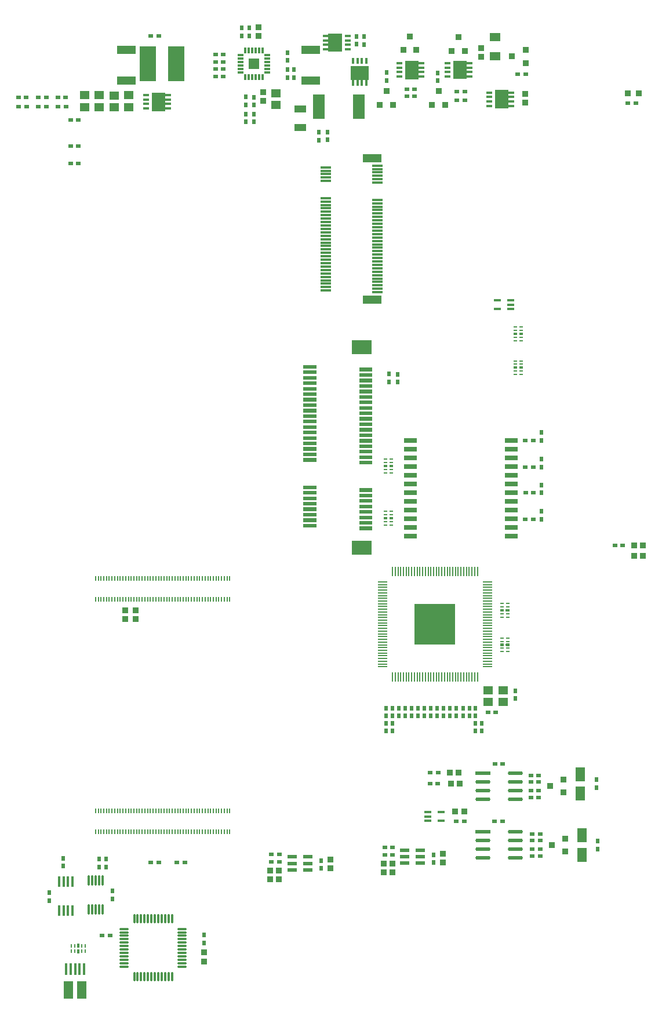
<source format=gtp>
G04*
G04 #@! TF.GenerationSoftware,Altium Limited,Altium Designer,24.0.1 (36)*
G04*
G04 Layer_Color=8421504*
%FSLAX42Y42*%
%MOMM*%
G71*
G04*
G04 #@! TF.SameCoordinates,E1E02590-05F2-4693-A132-99C86EA4FF08*
G04*
G04*
G04 #@! TF.FilePolarity,Positive*
G04*
G01*
G75*
%ADD19R,1.55X0.30*%
%ADD20R,2.75X1.20*%
%ADD21O,0.27X1.50*%
G04:AMPARAMS|DCode=22|XSize=0.56mm|YSize=0.2mm|CornerRadius=0.05mm|HoleSize=0mm|Usage=FLASHONLY|Rotation=0.000|XOffset=0mm|YOffset=0mm|HoleType=Round|Shape=RoundedRectangle|*
%AMROUNDEDRECTD22*
21,1,0.56,0.10,0,0,0.0*
21,1,0.47,0.20,0,0,0.0*
1,1,0.10,0.23,-0.05*
1,1,0.10,-0.23,-0.05*
1,1,0.10,-0.23,0.05*
1,1,0.10,0.23,0.05*
%
%ADD22ROUNDEDRECTD22*%
%ADD23R,0.60X0.75*%
%ADD24R,0.23X1.36*%
%ADD25R,0.85X0.95*%
%ADD26R,0.75X0.60*%
%ADD27R,0.20X0.70*%
%ADD28R,1.36X0.23*%
%ADD29R,1.90X0.76*%
%ADD30R,1.40X1.20*%
G04:AMPARAMS|DCode=31|XSize=2.17mm|YSize=0.57mm|CornerRadius=0.28mm|HoleSize=0mm|Usage=FLASHONLY|Rotation=0.000|XOffset=0mm|YOffset=0mm|HoleType=Round|Shape=RoundedRectangle|*
%AMROUNDEDRECTD31*
21,1,2.17,0.00,0,0,0.0*
21,1,1.61,0.57,0,0,0.0*
1,1,0.57,0.80,0.00*
1,1,0.57,-0.80,0.00*
1,1,0.57,-0.80,0.00*
1,1,0.57,0.80,0.00*
%
%ADD31ROUNDEDRECTD31*%
G04:AMPARAMS|DCode=32|XSize=0.86mm|YSize=0.27mm|CornerRadius=0.03mm|HoleSize=0mm|Usage=FLASHONLY|Rotation=270.000|XOffset=0mm|YOffset=0mm|HoleType=Round|Shape=RoundedRectangle|*
%AMROUNDEDRECTD32*
21,1,0.86,0.20,0,0,270.0*
21,1,0.79,0.27,0,0,270.0*
1,1,0.07,-0.10,-0.40*
1,1,0.07,-0.10,0.40*
1,1,0.07,0.10,0.40*
1,1,0.07,0.10,-0.40*
%
%ADD32ROUNDEDRECTD32*%
%ADD33R,0.95X0.85*%
%ADD34R,1.35X1.15*%
%ADD35O,1.50X0.27*%
G04:AMPARAMS|DCode=36|XSize=1.32mm|YSize=0.59mm|CornerRadius=0.07mm|HoleSize=0mm|Usage=FLASHONLY|Rotation=180.000|XOffset=0mm|YOffset=0mm|HoleType=Round|Shape=RoundedRectangle|*
%AMROUNDEDRECTD36*
21,1,1.32,0.44,0,0,180.0*
21,1,1.17,0.59,0,0,180.0*
1,1,0.15,-0.59,0.22*
1,1,0.15,0.59,0.22*
1,1,0.15,0.59,-0.22*
1,1,0.15,-0.59,-0.22*
%
%ADD36ROUNDEDRECTD36*%
%ADD37R,0.40X1.75*%
%ADD38R,0.81X0.36*%
%ADD39R,0.90X0.90*%
G04:AMPARAMS|DCode=40|XSize=0.86mm|YSize=0.27mm|CornerRadius=0.03mm|HoleSize=0mm|Usage=FLASHONLY|Rotation=180.000|XOffset=0mm|YOffset=0mm|HoleType=Round|Shape=RoundedRectangle|*
%AMROUNDEDRECTD40*
21,1,0.86,0.20,0,0,180.0*
21,1,0.79,0.27,0,0,180.0*
1,1,0.07,-0.40,0.10*
1,1,0.07,0.40,0.10*
1,1,0.07,0.40,-0.10*
1,1,0.07,-0.40,-0.10*
%
%ADD40ROUNDEDRECTD40*%
%ADD41R,0.90X0.90*%
%ADD42R,0.36X0.81*%
%ADD43R,1.70X3.55*%
%ADD44R,2.70X1.20*%
%ADD45R,2.35X5.10*%
%ADD46R,0.81X0.93*%
%ADD47R,1.70X1.10*%
%ADD48R,1.65X1.20*%
%ADD49R,1.45X2.05*%
G04:AMPARAMS|DCode=50|XSize=1.5mm|YSize=0.4mm|CornerRadius=0.1mm|HoleSize=0mm|Usage=FLASHONLY|Rotation=90.000|XOffset=0mm|YOffset=0mm|HoleType=Round|Shape=RoundedRectangle|*
%AMROUNDEDRECTD50*
21,1,1.50,0.20,0,0,90.0*
21,1,1.30,0.40,0,0,90.0*
1,1,0.20,0.10,0.65*
1,1,0.20,0.10,-0.65*
1,1,0.20,-0.10,-0.65*
1,1,0.20,-0.10,0.65*
%
%ADD50ROUNDEDRECTD50*%
G04:AMPARAMS|DCode=51|XSize=1.5mm|YSize=0.28mm|CornerRadius=0.07mm|HoleSize=0mm|Usage=FLASHONLY|Rotation=270.000|XOffset=0mm|YOffset=0mm|HoleType=Round|Shape=RoundedRectangle|*
%AMROUNDEDRECTD51*
21,1,1.50,0.14,0,0,270.0*
21,1,1.36,0.28,0,0,270.0*
1,1,0.14,-0.07,-0.68*
1,1,0.14,-0.07,0.68*
1,1,0.14,0.07,0.68*
1,1,0.14,0.07,-0.68*
%
%ADD51ROUNDEDRECTD51*%
%ADD52R,1.12X0.36*%
%ADD53R,1.55X1.55*%
%ADD54R,1.43X2.50*%
%ADD55R,5.99X5.99*%
%ADD56R,2.17X0.57*%
G04:AMPARAMS|DCode=57|XSize=0.56mm|YSize=0.2mm|CornerRadius=0.05mm|HoleSize=0mm|Usage=FLASHONLY|Rotation=270.000|XOffset=0mm|YOffset=0mm|HoleType=Round|Shape=RoundedRectangle|*
%AMROUNDEDRECTD57*
21,1,0.56,0.10,0,0,270.0*
21,1,0.47,0.20,0,0,270.0*
1,1,0.10,-0.05,-0.23*
1,1,0.10,-0.05,0.23*
1,1,0.10,0.05,0.23*
1,1,0.10,0.05,-0.23*
%
%ADD57ROUNDEDRECTD57*%
%ADD58R,3.00X2.10*%
G36*
X5367Y13866D02*
X5166D01*
Y14136D01*
X5367D01*
Y13866D01*
D02*
G37*
G36*
X7188Y13469D02*
X6988D01*
Y13738D01*
X7188D01*
Y13469D01*
D02*
G37*
G36*
X6488Y13468D02*
X6287D01*
Y13737D01*
X6488D01*
Y13468D01*
D02*
G37*
G36*
X5760Y13454D02*
X5491D01*
Y13655D01*
X5760D01*
Y13454D01*
D02*
G37*
G36*
X7798Y13040D02*
X7598D01*
Y13310D01*
X7798D01*
Y13040D01*
D02*
G37*
G36*
X2787Y13002D02*
X2586D01*
Y13272D01*
X2787D01*
Y13002D01*
D02*
G37*
G36*
X8006Y9765D02*
X8006D01*
X8007Y9764D01*
X8007D01*
X8007Y9764D01*
X8007Y9764D01*
X8007Y9764D01*
X8008Y9764D01*
X8008Y9764D01*
X8008Y9764D01*
X8008Y9764D01*
X8008Y9763D01*
X8009Y9763D01*
X8009Y9763D01*
X8009Y9763D01*
X8009Y9763D01*
X8009Y9762D01*
X8009Y9762D01*
X8010Y9762D01*
X8010Y9762D01*
X8010Y9762D01*
X8010Y9761D01*
Y9761D01*
X8010Y9761D01*
Y9761D01*
X8010Y9760D01*
Y9760D01*
Y9760D01*
Y9734D01*
Y9733D01*
Y9733D01*
X8010Y9733D01*
Y9733D01*
X8010Y9732D01*
Y9732D01*
X8010Y9732D01*
X8010Y9732D01*
X8010Y9731D01*
X8009Y9731D01*
X8009Y9731D01*
X8009Y9731D01*
X8009Y9731D01*
X8009Y9730D01*
X8009Y9730D01*
X8008Y9730D01*
X8008Y9730D01*
X8008Y9730D01*
X8008Y9729D01*
X8008Y9729D01*
X8007Y9729D01*
X8007Y9729D01*
X8007Y9729D01*
X8007Y9729D01*
X8006D01*
X8006Y9729D01*
X8006D01*
X8006Y9729D01*
X7958D01*
X7958Y9729D01*
X7958D01*
X7957Y9729D01*
X7957D01*
X7957Y9729D01*
X7957Y9729D01*
X7956Y9729D01*
X7956Y9729D01*
X7956Y9729D01*
X7956Y9730D01*
X7955Y9730D01*
X7955Y9730D01*
X7955Y9730D01*
X7955Y9730D01*
X7955Y9731D01*
X7955Y9731D01*
X7954Y9731D01*
X7954Y9731D01*
X7954Y9731D01*
X7954Y9732D01*
X7954Y9732D01*
X7954Y9732D01*
Y9732D01*
X7954Y9733D01*
Y9733D01*
X7954Y9733D01*
Y9733D01*
Y9734D01*
Y9760D01*
Y9760D01*
Y9760D01*
X7954Y9760D01*
Y9761D01*
X7954Y9761D01*
Y9761D01*
X7954Y9761D01*
X7954Y9762D01*
X7954Y9762D01*
X7954Y9762D01*
X7954Y9762D01*
X7955Y9763D01*
X7955Y9763D01*
X7955Y9763D01*
X7955Y9763D01*
X7955Y9763D01*
X7955Y9764D01*
X7956Y9764D01*
X7956Y9764D01*
X7956Y9764D01*
X7956Y9764D01*
X7957Y9764D01*
X7957Y9764D01*
X7957Y9764D01*
X7957D01*
X7958Y9765D01*
X7958D01*
X7958Y9765D01*
X8006D01*
X8006Y9765D01*
D02*
G37*
G36*
X7923D02*
X7923D01*
X7923Y9764D01*
X7923D01*
X7924Y9764D01*
X7924Y9764D01*
X7924Y9764D01*
X7924Y9764D01*
X7924Y9764D01*
X7925Y9764D01*
X7925Y9764D01*
X7925Y9763D01*
X7925Y9763D01*
X7925Y9763D01*
X7925Y9763D01*
X7926Y9763D01*
X7926Y9762D01*
X7926Y9762D01*
X7926Y9762D01*
X7926Y9762D01*
X7926Y9762D01*
X7926Y9761D01*
Y9761D01*
X7926Y9761D01*
Y9761D01*
X7927Y9760D01*
Y9760D01*
Y9760D01*
Y9734D01*
Y9733D01*
Y9733D01*
X7926Y9733D01*
Y9733D01*
X7926Y9732D01*
Y9732D01*
X7926Y9732D01*
X7926Y9732D01*
X7926Y9731D01*
X7926Y9731D01*
X7926Y9731D01*
X7926Y9731D01*
X7925Y9731D01*
X7925Y9730D01*
X7925Y9730D01*
X7925Y9730D01*
X7925Y9730D01*
X7924Y9730D01*
X7924Y9729D01*
X7924Y9729D01*
X7924Y9729D01*
X7924Y9729D01*
X7923Y9729D01*
X7923Y9729D01*
X7923D01*
X7923Y9729D01*
X7922D01*
X7922Y9729D01*
X7875D01*
X7874Y9729D01*
X7874D01*
X7874Y9729D01*
X7874D01*
X7873Y9729D01*
X7873Y9729D01*
X7873Y9729D01*
X7873Y9729D01*
X7872Y9729D01*
X7872Y9730D01*
X7872Y9730D01*
X7872Y9730D01*
X7872Y9730D01*
X7871Y9730D01*
X7871Y9731D01*
X7871Y9731D01*
X7871Y9731D01*
X7871Y9731D01*
X7871Y9731D01*
X7870Y9732D01*
X7870Y9732D01*
X7870Y9732D01*
Y9732D01*
X7870Y9733D01*
Y9733D01*
X7870Y9733D01*
Y9733D01*
Y9734D01*
Y9760D01*
Y9760D01*
Y9760D01*
X7870Y9760D01*
Y9761D01*
X7870Y9761D01*
Y9761D01*
X7870Y9761D01*
X7870Y9762D01*
X7871Y9762D01*
X7871Y9762D01*
X7871Y9762D01*
X7871Y9763D01*
X7871Y9763D01*
X7871Y9763D01*
X7872Y9763D01*
X7872Y9763D01*
X7872Y9764D01*
X7872Y9764D01*
X7872Y9764D01*
X7873Y9764D01*
X7873Y9764D01*
X7873Y9764D01*
X7873Y9764D01*
X7874Y9764D01*
X7874D01*
X7874Y9765D01*
X7874D01*
X7875Y9765D01*
X7922D01*
X7923Y9765D01*
D02*
G37*
G36*
X4991Y9239D02*
X4801D01*
Y9292D01*
X4991D01*
Y9239D01*
D02*
G37*
G36*
X8006Y9271D02*
X8006D01*
X8007Y9271D01*
X8007D01*
X8007Y9270D01*
X8007Y9270D01*
X8007Y9270D01*
X8008Y9270D01*
X8008Y9270D01*
X8008Y9270D01*
X8008Y9270D01*
X8008Y9270D01*
X8009Y9269D01*
X8009Y9269D01*
X8009Y9269D01*
X8009Y9269D01*
X8009Y9269D01*
X8009Y9268D01*
X8010Y9268D01*
X8010Y9268D01*
X8010Y9268D01*
X8010Y9267D01*
Y9267D01*
X8010Y9267D01*
Y9267D01*
X8010Y9266D01*
Y9266D01*
Y9266D01*
Y9240D01*
Y9239D01*
Y9239D01*
X8010Y9239D01*
Y9239D01*
X8010Y9238D01*
Y9238D01*
X8010Y9238D01*
X8010Y9238D01*
X8010Y9237D01*
X8009Y9237D01*
X8009Y9237D01*
X8009Y9237D01*
X8009Y9237D01*
X8009Y9236D01*
X8009Y9236D01*
X8008Y9236D01*
X8008Y9236D01*
X8008Y9236D01*
X8008Y9236D01*
X8008Y9235D01*
X8007Y9235D01*
X8007Y9235D01*
X8007Y9235D01*
X8007Y9235D01*
X8006D01*
X8006Y9235D01*
X8006D01*
X8006Y9235D01*
X7958D01*
X7958Y9235D01*
X7958D01*
X7957Y9235D01*
X7957D01*
X7957Y9235D01*
X7957Y9235D01*
X7956Y9235D01*
X7956Y9235D01*
X7956Y9236D01*
X7956Y9236D01*
X7955Y9236D01*
X7955Y9236D01*
X7955Y9236D01*
X7955Y9236D01*
X7955Y9237D01*
X7955Y9237D01*
X7954Y9237D01*
X7954Y9237D01*
X7954Y9237D01*
X7954Y9238D01*
X7954Y9238D01*
X7954Y9238D01*
Y9238D01*
X7954Y9239D01*
Y9239D01*
X7954Y9239D01*
Y9239D01*
Y9240D01*
Y9266D01*
Y9266D01*
Y9266D01*
X7954Y9267D01*
Y9267D01*
X7954Y9267D01*
Y9267D01*
X7954Y9268D01*
X7954Y9268D01*
X7954Y9268D01*
X7954Y9268D01*
X7954Y9268D01*
X7955Y9269D01*
X7955Y9269D01*
X7955Y9269D01*
X7955Y9269D01*
X7955Y9269D01*
X7955Y9270D01*
X7956Y9270D01*
X7956Y9270D01*
X7956Y9270D01*
X7956Y9270D01*
X7957Y9270D01*
X7957Y9270D01*
X7957Y9271D01*
X7957D01*
X7958Y9271D01*
X7958D01*
X7958Y9271D01*
X8006D01*
X8006Y9271D01*
D02*
G37*
G36*
X7923D02*
X7923D01*
X7923Y9271D01*
X7923D01*
X7924Y9270D01*
X7924Y9270D01*
X7924Y9270D01*
X7924Y9270D01*
X7924Y9270D01*
X7925Y9270D01*
X7925Y9270D01*
X7925Y9270D01*
X7925Y9269D01*
X7925Y9269D01*
X7925Y9269D01*
X7926Y9269D01*
X7926Y9269D01*
X7926Y9268D01*
X7926Y9268D01*
X7926Y9268D01*
X7926Y9268D01*
X7926Y9267D01*
Y9267D01*
X7926Y9267D01*
Y9267D01*
X7927Y9266D01*
Y9266D01*
Y9266D01*
Y9240D01*
Y9239D01*
Y9239D01*
X7926Y9239D01*
Y9239D01*
X7926Y9238D01*
Y9238D01*
X7926Y9238D01*
X7926Y9238D01*
X7926Y9237D01*
X7926Y9237D01*
X7926Y9237D01*
X7926Y9237D01*
X7925Y9237D01*
X7925Y9236D01*
X7925Y9236D01*
X7925Y9236D01*
X7925Y9236D01*
X7924Y9236D01*
X7924Y9236D01*
X7924Y9235D01*
X7924Y9235D01*
X7924Y9235D01*
X7923Y9235D01*
X7923Y9235D01*
X7923D01*
X7923Y9235D01*
X7922D01*
X7922Y9235D01*
X7875D01*
X7874Y9235D01*
X7874D01*
X7874Y9235D01*
X7874D01*
X7873Y9235D01*
X7873Y9235D01*
X7873Y9235D01*
X7873Y9235D01*
X7872Y9236D01*
X7872Y9236D01*
X7872Y9236D01*
X7872Y9236D01*
X7872Y9236D01*
X7871Y9236D01*
X7871Y9237D01*
X7871Y9237D01*
X7871Y9237D01*
X7871Y9237D01*
X7871Y9237D01*
X7870Y9238D01*
X7870Y9238D01*
X7870Y9238D01*
Y9238D01*
X7870Y9239D01*
Y9239D01*
X7870Y9239D01*
Y9239D01*
Y9240D01*
Y9266D01*
Y9266D01*
Y9266D01*
X7870Y9267D01*
Y9267D01*
X7870Y9267D01*
Y9267D01*
X7870Y9268D01*
X7870Y9268D01*
X7871Y9268D01*
X7871Y9268D01*
X7871Y9268D01*
X7871Y9269D01*
X7871Y9269D01*
X7871Y9269D01*
X7872Y9269D01*
X7872Y9269D01*
X7872Y9270D01*
X7872Y9270D01*
X7872Y9270D01*
X7873Y9270D01*
X7873Y9270D01*
X7873Y9270D01*
X7873Y9270D01*
X7874Y9271D01*
X7874D01*
X7874Y9271D01*
X7874D01*
X7875Y9271D01*
X7922D01*
X7923Y9271D01*
D02*
G37*
G36*
X5811Y9199D02*
X5621D01*
Y9252D01*
X5811D01*
Y9199D01*
D02*
G37*
G36*
X4991Y9159D02*
X4801D01*
Y9212D01*
X4991D01*
Y9159D01*
D02*
G37*
G36*
X5811Y9119D02*
X5621D01*
Y9172D01*
X5811D01*
Y9119D01*
D02*
G37*
G36*
X4991Y9079D02*
X4801D01*
Y9132D01*
X4991D01*
Y9079D01*
D02*
G37*
G36*
X5811Y9039D02*
X5621D01*
Y9092D01*
X5811D01*
Y9039D01*
D02*
G37*
G36*
X4991Y8999D02*
X4801D01*
Y9052D01*
X4991D01*
Y8999D01*
D02*
G37*
G36*
X5811Y8959D02*
X5621D01*
Y9012D01*
X5811D01*
Y8959D01*
D02*
G37*
G36*
X4991Y8919D02*
X4801D01*
Y8972D01*
X4991D01*
Y8919D01*
D02*
G37*
G36*
X5811Y8879D02*
X5621D01*
Y8932D01*
X5811D01*
Y8879D01*
D02*
G37*
G36*
X4991Y8839D02*
X4801D01*
Y8892D01*
X4991D01*
Y8839D01*
D02*
G37*
G36*
X5811Y8799D02*
X5621D01*
Y8852D01*
X5811D01*
Y8799D01*
D02*
G37*
G36*
X4991Y8759D02*
X4801D01*
Y8812D01*
X4991D01*
Y8759D01*
D02*
G37*
G36*
X5811Y8719D02*
X5621D01*
Y8772D01*
X5811D01*
Y8719D01*
D02*
G37*
G36*
X4991Y8679D02*
X4801D01*
Y8732D01*
X4991D01*
Y8679D01*
D02*
G37*
G36*
X5811Y8639D02*
X5621D01*
Y8692D01*
X5811D01*
Y8639D01*
D02*
G37*
G36*
X4991Y8599D02*
X4801D01*
Y8652D01*
X4991D01*
Y8599D01*
D02*
G37*
G36*
X5811Y8559D02*
X5621D01*
Y8612D01*
X5811D01*
Y8559D01*
D02*
G37*
G36*
X4991Y8519D02*
X4801D01*
Y8572D01*
X4991D01*
Y8519D01*
D02*
G37*
G36*
X5811Y8479D02*
X5621D01*
Y8532D01*
X5811D01*
Y8479D01*
D02*
G37*
G36*
X4991Y8439D02*
X4801D01*
Y8492D01*
X4991D01*
Y8439D01*
D02*
G37*
G36*
X5811Y8399D02*
X5621D01*
Y8452D01*
X5811D01*
Y8399D01*
D02*
G37*
G36*
X4991Y8359D02*
X4801D01*
Y8412D01*
X4991D01*
Y8359D01*
D02*
G37*
G36*
X5811Y8319D02*
X5621D01*
Y8372D01*
X5811D01*
Y8319D01*
D02*
G37*
G36*
X4991Y8279D02*
X4801D01*
Y8332D01*
X4991D01*
Y8279D01*
D02*
G37*
G36*
X5811Y8239D02*
X5621D01*
Y8292D01*
X5811D01*
Y8239D01*
D02*
G37*
G36*
X4991Y8199D02*
X4801D01*
Y8252D01*
X4991D01*
Y8199D01*
D02*
G37*
G36*
X5811Y8159D02*
X5621D01*
Y8212D01*
X5811D01*
Y8159D01*
D02*
G37*
G36*
X4991Y8119D02*
X4801D01*
Y8172D01*
X4991D01*
Y8119D01*
D02*
G37*
G36*
X5811Y8079D02*
X5621D01*
Y8132D01*
X5811D01*
Y8079D01*
D02*
G37*
G36*
X4991Y8039D02*
X4801D01*
Y8092D01*
X4991D01*
Y8039D01*
D02*
G37*
G36*
X5811Y7999D02*
X5621D01*
Y8052D01*
X5811D01*
Y7999D01*
D02*
G37*
G36*
X4991Y7959D02*
X4801D01*
Y8012D01*
X4991D01*
Y7959D01*
D02*
G37*
G36*
X5811Y7919D02*
X5621D01*
Y7972D01*
X5811D01*
Y7919D01*
D02*
G37*
G36*
X4991Y7879D02*
X4801D01*
Y7932D01*
X4991D01*
Y7879D01*
D02*
G37*
G36*
X5811Y7839D02*
X5621D01*
Y7892D01*
X5811D01*
Y7839D01*
D02*
G37*
G36*
X6110Y7831D02*
X6110D01*
X6111Y7831D01*
X6111D01*
X6111Y7831D01*
X6111Y7831D01*
X6112Y7831D01*
X6112Y7831D01*
X6112Y7831D01*
X6112Y7831D01*
X6112Y7830D01*
X6113Y7830D01*
X6113Y7830D01*
X6113Y7830D01*
X6113Y7830D01*
X6113Y7830D01*
X6113Y7829D01*
X6114Y7829D01*
X6114Y7829D01*
X6114Y7829D01*
X6114Y7829D01*
X6114Y7828D01*
Y7828D01*
X6114Y7828D01*
Y7828D01*
X6114Y7827D01*
Y7827D01*
Y7827D01*
Y7801D01*
Y7800D01*
Y7800D01*
X6114Y7800D01*
Y7800D01*
X6114Y7799D01*
Y7799D01*
X6114Y7799D01*
X6114Y7799D01*
X6114Y7798D01*
X6113Y7798D01*
X6113Y7798D01*
X6113Y7798D01*
X6113Y7797D01*
X6113Y7797D01*
X6113Y7797D01*
X6112Y7797D01*
X6112Y7797D01*
X6112Y7797D01*
X6112Y7796D01*
X6112Y7796D01*
X6111Y7796D01*
X6111Y7796D01*
X6111Y7796D01*
X6111Y7796D01*
X6110D01*
X6110Y7796D01*
X6110D01*
X6110Y7796D01*
X6062D01*
X6062Y7796D01*
X6062D01*
X6061Y7796D01*
X6061D01*
X6061Y7796D01*
X6061Y7796D01*
X6060Y7796D01*
X6060Y7796D01*
X6060Y7796D01*
X6060Y7797D01*
X6060Y7797D01*
X6059Y7797D01*
X6059Y7797D01*
X6059Y7797D01*
X6059Y7797D01*
X6059Y7798D01*
X6058Y7798D01*
X6058Y7798D01*
X6058Y7798D01*
X6058Y7799D01*
X6058Y7799D01*
X6058Y7799D01*
Y7799D01*
X6058Y7800D01*
Y7800D01*
X6058Y7800D01*
Y7800D01*
Y7801D01*
Y7827D01*
Y7827D01*
Y7827D01*
X6058Y7827D01*
Y7828D01*
X6058Y7828D01*
Y7828D01*
X6058Y7828D01*
X6058Y7829D01*
X6058Y7829D01*
X6058Y7829D01*
X6058Y7829D01*
X6059Y7829D01*
X6059Y7830D01*
X6059Y7830D01*
X6059Y7830D01*
X6059Y7830D01*
X6060Y7830D01*
X6060Y7831D01*
X6060Y7831D01*
X6060Y7831D01*
X6060Y7831D01*
X6061Y7831D01*
X6061Y7831D01*
X6061Y7831D01*
X6061D01*
X6062Y7831D01*
X6062D01*
X6062Y7832D01*
X6110D01*
X6110Y7831D01*
D02*
G37*
G36*
X6027D02*
X6027D01*
X6027Y7831D01*
X6027D01*
X6028Y7831D01*
X6028Y7831D01*
X6028Y7831D01*
X6028Y7831D01*
X6028Y7831D01*
X6029Y7831D01*
X6029Y7830D01*
X6029Y7830D01*
X6029Y7830D01*
X6029Y7830D01*
X6030Y7830D01*
X6030Y7830D01*
X6030Y7829D01*
X6030Y7829D01*
X6030Y7829D01*
X6030Y7829D01*
X6030Y7829D01*
X6030Y7828D01*
Y7828D01*
X6031Y7828D01*
Y7828D01*
X6031Y7827D01*
Y7827D01*
Y7827D01*
Y7801D01*
Y7800D01*
Y7800D01*
X6031Y7800D01*
Y7800D01*
X6030Y7799D01*
Y7799D01*
X6030Y7799D01*
X6030Y7799D01*
X6030Y7798D01*
X6030Y7798D01*
X6030Y7798D01*
X6030Y7798D01*
X6030Y7797D01*
X6029Y7797D01*
X6029Y7797D01*
X6029Y7797D01*
X6029Y7797D01*
X6029Y7797D01*
X6028Y7796D01*
X6028Y7796D01*
X6028Y7796D01*
X6028Y7796D01*
X6027Y7796D01*
X6027Y7796D01*
X6027D01*
X6027Y7796D01*
X6026D01*
X6026Y7796D01*
X5979D01*
X5978Y7796D01*
X5978D01*
X5978Y7796D01*
X5978D01*
X5977Y7796D01*
X5977Y7796D01*
X5977Y7796D01*
X5977Y7796D01*
X5976Y7796D01*
X5976Y7797D01*
X5976Y7797D01*
X5976Y7797D01*
X5976Y7797D01*
X5975Y7797D01*
X5975Y7797D01*
X5975Y7798D01*
X5975Y7798D01*
X5975Y7798D01*
X5975Y7798D01*
X5975Y7799D01*
X5974Y7799D01*
X5974Y7799D01*
Y7799D01*
X5974Y7800D01*
Y7800D01*
X5974Y7800D01*
Y7800D01*
Y7801D01*
Y7827D01*
Y7827D01*
Y7827D01*
X5974Y7827D01*
Y7828D01*
X5974Y7828D01*
Y7828D01*
X5974Y7828D01*
X5975Y7829D01*
X5975Y7829D01*
X5975Y7829D01*
X5975Y7829D01*
X5975Y7829D01*
X5975Y7830D01*
X5975Y7830D01*
X5976Y7830D01*
X5976Y7830D01*
X5976Y7830D01*
X5976Y7831D01*
X5976Y7831D01*
X5977Y7831D01*
X5977Y7831D01*
X5977Y7831D01*
X5977Y7831D01*
X5978Y7831D01*
X5978D01*
X5978Y7831D01*
X5978D01*
X5979Y7832D01*
X6026D01*
X6027Y7831D01*
D02*
G37*
G36*
X4991Y7479D02*
X4801D01*
Y7532D01*
X4991D01*
Y7479D01*
D02*
G37*
G36*
X5811Y7439D02*
X5621D01*
Y7492D01*
X5811D01*
Y7439D01*
D02*
G37*
G36*
X4991Y7399D02*
X4801D01*
Y7452D01*
X4991D01*
Y7399D01*
D02*
G37*
G36*
X5811Y7359D02*
X5621D01*
Y7412D01*
X5811D01*
Y7359D01*
D02*
G37*
G36*
X4991Y7319D02*
X4801D01*
Y7372D01*
X4991D01*
Y7319D01*
D02*
G37*
G36*
X5811Y7279D02*
X5621D01*
Y7332D01*
X5811D01*
Y7279D01*
D02*
G37*
G36*
X4991Y7239D02*
X4801D01*
Y7292D01*
X4991D01*
Y7239D01*
D02*
G37*
G36*
X5811Y7199D02*
X5621D01*
Y7252D01*
X5811D01*
Y7199D01*
D02*
G37*
G36*
X4991Y7159D02*
X4801D01*
Y7212D01*
X4991D01*
Y7159D01*
D02*
G37*
G36*
X5811Y7119D02*
X5621D01*
Y7172D01*
X5811D01*
Y7119D01*
D02*
G37*
G36*
X4991Y7079D02*
X4801D01*
Y7132D01*
X4991D01*
Y7079D01*
D02*
G37*
G36*
X5811Y7039D02*
X5621D01*
Y7092D01*
X5811D01*
Y7039D01*
D02*
G37*
G36*
X6110Y7069D02*
X6110D01*
X6111Y7069D01*
X6111D01*
X6111Y7069D01*
X6111Y7069D01*
X6112Y7069D01*
X6112Y7069D01*
X6112Y7069D01*
X6112Y7069D01*
X6112Y7068D01*
X6113Y7068D01*
X6113Y7068D01*
X6113Y7068D01*
X6113Y7068D01*
X6113Y7068D01*
X6113Y7067D01*
X6114Y7067D01*
X6114Y7067D01*
X6114Y7067D01*
X6114Y7067D01*
X6114Y7066D01*
Y7066D01*
X6114Y7066D01*
Y7066D01*
X6114Y7065D01*
Y7065D01*
Y7065D01*
Y7039D01*
Y7038D01*
Y7038D01*
X6114Y7038D01*
Y7038D01*
X6114Y7037D01*
Y7037D01*
X6114Y7037D01*
X6114Y7037D01*
X6114Y7036D01*
X6113Y7036D01*
X6113Y7036D01*
X6113Y7036D01*
X6113Y7035D01*
X6113Y7035D01*
X6113Y7035D01*
X6112Y7035D01*
X6112Y7035D01*
X6112Y7035D01*
X6112Y7034D01*
X6112Y7034D01*
X6111Y7034D01*
X6111Y7034D01*
X6111Y7034D01*
X6111Y7034D01*
X6110D01*
X6110Y7034D01*
X6110D01*
X6110Y7034D01*
X6062D01*
X6062Y7034D01*
X6062D01*
X6061Y7034D01*
X6061D01*
X6061Y7034D01*
X6061Y7034D01*
X6060Y7034D01*
X6060Y7034D01*
X6060Y7034D01*
X6060Y7035D01*
X6060Y7035D01*
X6059Y7035D01*
X6059Y7035D01*
X6059Y7035D01*
X6059Y7035D01*
X6059Y7036D01*
X6058Y7036D01*
X6058Y7036D01*
X6058Y7036D01*
X6058Y7037D01*
X6058Y7037D01*
X6058Y7037D01*
Y7037D01*
X6058Y7038D01*
Y7038D01*
X6058Y7038D01*
Y7038D01*
Y7039D01*
Y7065D01*
Y7065D01*
Y7065D01*
X6058Y7065D01*
Y7066D01*
X6058Y7066D01*
Y7066D01*
X6058Y7066D01*
X6058Y7067D01*
X6058Y7067D01*
X6058Y7067D01*
X6058Y7067D01*
X6059Y7067D01*
X6059Y7068D01*
X6059Y7068D01*
X6059Y7068D01*
X6059Y7068D01*
X6060Y7068D01*
X6060Y7069D01*
X6060Y7069D01*
X6060Y7069D01*
X6060Y7069D01*
X6061Y7069D01*
X6061Y7069D01*
X6061Y7069D01*
X6061D01*
X6062Y7069D01*
X6062D01*
X6062Y7070D01*
X6110D01*
X6110Y7069D01*
D02*
G37*
G36*
X6027D02*
X6027D01*
X6027Y7069D01*
X6027D01*
X6028Y7069D01*
X6028Y7069D01*
X6028Y7069D01*
X6028Y7069D01*
X6028Y7069D01*
X6029Y7069D01*
X6029Y7068D01*
X6029Y7068D01*
X6029Y7068D01*
X6029Y7068D01*
X6030Y7068D01*
X6030Y7068D01*
X6030Y7067D01*
X6030Y7067D01*
X6030Y7067D01*
X6030Y7067D01*
X6030Y7067D01*
X6030Y7066D01*
Y7066D01*
X6031Y7066D01*
Y7066D01*
X6031Y7065D01*
Y7065D01*
Y7065D01*
Y7039D01*
Y7038D01*
Y7038D01*
X6031Y7038D01*
Y7038D01*
X6030Y7037D01*
Y7037D01*
X6030Y7037D01*
X6030Y7037D01*
X6030Y7036D01*
X6030Y7036D01*
X6030Y7036D01*
X6030Y7036D01*
X6030Y7035D01*
X6029Y7035D01*
X6029Y7035D01*
X6029Y7035D01*
X6029Y7035D01*
X6029Y7035D01*
X6028Y7034D01*
X6028Y7034D01*
X6028Y7034D01*
X6028Y7034D01*
X6027Y7034D01*
X6027Y7034D01*
X6027D01*
X6027Y7034D01*
X6026D01*
X6026Y7034D01*
X5979D01*
X5978Y7034D01*
X5978D01*
X5978Y7034D01*
X5978D01*
X5977Y7034D01*
X5977Y7034D01*
X5977Y7034D01*
X5977Y7034D01*
X5976Y7034D01*
X5976Y7035D01*
X5976Y7035D01*
X5976Y7035D01*
X5976Y7035D01*
X5975Y7035D01*
X5975Y7035D01*
X5975Y7036D01*
X5975Y7036D01*
X5975Y7036D01*
X5975Y7036D01*
X5975Y7037D01*
X5974Y7037D01*
X5974Y7037D01*
Y7037D01*
X5974Y7038D01*
Y7038D01*
X5974Y7038D01*
Y7038D01*
Y7039D01*
Y7065D01*
Y7065D01*
Y7065D01*
X5974Y7065D01*
Y7066D01*
X5974Y7066D01*
Y7066D01*
X5974Y7066D01*
X5975Y7067D01*
X5975Y7067D01*
X5975Y7067D01*
X5975Y7067D01*
X5975Y7067D01*
X5975Y7068D01*
X5975Y7068D01*
X5976Y7068D01*
X5976Y7068D01*
X5976Y7068D01*
X5976Y7069D01*
X5976Y7069D01*
X5977Y7069D01*
X5977Y7069D01*
X5977Y7069D01*
X5977Y7069D01*
X5978Y7069D01*
X5978D01*
X5978Y7069D01*
X5978D01*
X5979Y7070D01*
X6026D01*
X6027Y7069D01*
D02*
G37*
G36*
X4991Y6999D02*
X4801D01*
Y7052D01*
X4991D01*
Y6999D01*
D02*
G37*
G36*
X5811Y6959D02*
X5621D01*
Y7012D01*
X5811D01*
Y6959D01*
D02*
G37*
G36*
X4991Y6919D02*
X4801D01*
Y6972D01*
X4991D01*
Y6919D01*
D02*
G37*
G36*
X5811Y6879D02*
X5621D01*
Y6932D01*
X5811D01*
Y6879D01*
D02*
G37*
G36*
X7810Y5724D02*
X7810D01*
X7810Y5723D01*
X7810D01*
X7811Y5723D01*
X7811Y5723D01*
X7811Y5723D01*
X7811Y5723D01*
X7811Y5723D01*
X7812Y5723D01*
X7812Y5723D01*
X7812Y5722D01*
X7812Y5722D01*
X7812Y5722D01*
X7813Y5722D01*
X7813Y5722D01*
X7813Y5721D01*
X7813Y5721D01*
X7813Y5721D01*
X7813Y5721D01*
X7813Y5721D01*
X7813Y5720D01*
Y5720D01*
X7814Y5720D01*
Y5720D01*
X7814Y5719D01*
Y5719D01*
Y5719D01*
Y5693D01*
Y5692D01*
Y5692D01*
X7814Y5692D01*
Y5692D01*
X7813Y5691D01*
Y5691D01*
X7813Y5691D01*
X7813Y5691D01*
X7813Y5690D01*
X7813Y5690D01*
X7813Y5690D01*
X7813Y5690D01*
X7813Y5690D01*
X7812Y5689D01*
X7812Y5689D01*
X7812Y5689D01*
X7812Y5689D01*
X7812Y5689D01*
X7811Y5688D01*
X7811Y5688D01*
X7811Y5688D01*
X7811Y5688D01*
X7810Y5688D01*
X7810Y5688D01*
X7810D01*
X7810Y5688D01*
X7809D01*
X7809Y5688D01*
X7762D01*
X7761Y5688D01*
X7761D01*
X7761Y5688D01*
X7761D01*
X7760Y5688D01*
X7760Y5688D01*
X7760Y5688D01*
X7760Y5688D01*
X7759Y5688D01*
X7759Y5689D01*
X7759Y5689D01*
X7759Y5689D01*
X7759Y5689D01*
X7758Y5689D01*
X7758Y5690D01*
X7758Y5690D01*
X7758Y5690D01*
X7758Y5690D01*
X7758Y5690D01*
X7758Y5691D01*
X7757Y5691D01*
X7757Y5691D01*
Y5691D01*
X7757Y5692D01*
Y5692D01*
X7757Y5692D01*
Y5692D01*
Y5693D01*
Y5719D01*
Y5719D01*
Y5719D01*
X7757Y5719D01*
Y5720D01*
X7757Y5720D01*
Y5720D01*
X7757Y5720D01*
X7758Y5721D01*
X7758Y5721D01*
X7758Y5721D01*
X7758Y5721D01*
X7758Y5722D01*
X7758Y5722D01*
X7758Y5722D01*
X7759Y5722D01*
X7759Y5722D01*
X7759Y5723D01*
X7759Y5723D01*
X7759Y5723D01*
X7760Y5723D01*
X7760Y5723D01*
X7760Y5723D01*
X7760Y5723D01*
X7761Y5723D01*
X7761D01*
X7761Y5724D01*
X7761D01*
X7762Y5724D01*
X7809D01*
X7810Y5724D01*
D02*
G37*
G36*
X7726D02*
X7726D01*
X7727Y5723D01*
X7727D01*
X7727Y5723D01*
X7727Y5723D01*
X7728Y5723D01*
X7728Y5723D01*
X7728Y5723D01*
X7728Y5723D01*
X7728Y5723D01*
X7729Y5722D01*
X7729Y5722D01*
X7729Y5722D01*
X7729Y5722D01*
X7729Y5722D01*
X7729Y5721D01*
X7730Y5721D01*
X7730Y5721D01*
X7730Y5721D01*
X7730Y5721D01*
X7730Y5720D01*
Y5720D01*
X7730Y5720D01*
Y5720D01*
X7730Y5719D01*
Y5719D01*
Y5719D01*
Y5693D01*
Y5692D01*
Y5692D01*
X7730Y5692D01*
Y5692D01*
X7730Y5691D01*
Y5691D01*
X7730Y5691D01*
X7730Y5691D01*
X7730Y5690D01*
X7729Y5690D01*
X7729Y5690D01*
X7729Y5690D01*
X7729Y5690D01*
X7729Y5689D01*
X7729Y5689D01*
X7728Y5689D01*
X7728Y5689D01*
X7728Y5689D01*
X7728Y5688D01*
X7728Y5688D01*
X7727Y5688D01*
X7727Y5688D01*
X7727Y5688D01*
X7727Y5688D01*
X7726D01*
X7726Y5688D01*
X7726D01*
X7726Y5688D01*
X7678D01*
X7678Y5688D01*
X7678D01*
X7677Y5688D01*
X7677D01*
X7677Y5688D01*
X7677Y5688D01*
X7676Y5688D01*
X7676Y5688D01*
X7676Y5688D01*
X7676Y5689D01*
X7676Y5689D01*
X7675Y5689D01*
X7675Y5689D01*
X7675Y5689D01*
X7675Y5690D01*
X7675Y5690D01*
X7674Y5690D01*
X7674Y5690D01*
X7674Y5690D01*
X7674Y5691D01*
X7674Y5691D01*
X7674Y5691D01*
Y5691D01*
X7674Y5692D01*
Y5692D01*
X7674Y5692D01*
Y5692D01*
Y5693D01*
Y5719D01*
Y5719D01*
Y5719D01*
X7674Y5719D01*
Y5720D01*
X7674Y5720D01*
Y5720D01*
X7674Y5720D01*
X7674Y5721D01*
X7674Y5721D01*
X7674Y5721D01*
X7674Y5721D01*
X7675Y5722D01*
X7675Y5722D01*
X7675Y5722D01*
X7675Y5722D01*
X7675Y5722D01*
X7676Y5723D01*
X7676Y5723D01*
X7676Y5723D01*
X7676Y5723D01*
X7676Y5723D01*
X7677Y5723D01*
X7677Y5723D01*
X7677Y5723D01*
X7677D01*
X7678Y5724D01*
X7678D01*
X7678Y5724D01*
X7726D01*
X7726Y5724D01*
D02*
G37*
G36*
X7013Y5664D02*
X6883D01*
Y5794D01*
X7013D01*
Y5664D01*
D02*
G37*
G36*
X6863D02*
X6734D01*
Y5794D01*
X6863D01*
Y5664D01*
D02*
G37*
G36*
X6714D02*
X6584D01*
Y5794D01*
X6714D01*
Y5664D01*
D02*
G37*
G36*
X6564D02*
X6434D01*
Y5794D01*
X6564D01*
Y5664D01*
D02*
G37*
G36*
X7013Y5514D02*
X6883D01*
Y5644D01*
X7013D01*
Y5514D01*
D02*
G37*
G36*
X6863D02*
X6734D01*
Y5644D01*
X6863D01*
Y5514D01*
D02*
G37*
G36*
X6714D02*
X6584D01*
Y5644D01*
X6714D01*
Y5514D01*
D02*
G37*
G36*
X6564D02*
X6434D01*
Y5644D01*
X6564D01*
Y5514D01*
D02*
G37*
G36*
X7013Y5364D02*
X6883D01*
Y5494D01*
X7013D01*
Y5364D01*
D02*
G37*
G36*
X6863D02*
X6734D01*
Y5494D01*
X6863D01*
Y5364D01*
D02*
G37*
G36*
X6714D02*
X6584D01*
Y5494D01*
X6714D01*
Y5364D01*
D02*
G37*
G36*
X6564D02*
X6434D01*
Y5494D01*
X6564D01*
Y5364D01*
D02*
G37*
G36*
X7013Y5214D02*
X6883D01*
Y5344D01*
X7013D01*
Y5214D01*
D02*
G37*
G36*
X6863D02*
X6734D01*
Y5344D01*
X6863D01*
Y5214D01*
D02*
G37*
G36*
X6714D02*
X6584D01*
Y5344D01*
X6714D01*
Y5214D01*
D02*
G37*
G36*
X6564D02*
X6434D01*
Y5344D01*
X6564D01*
Y5214D01*
D02*
G37*
G36*
X7810Y5222D02*
X7810D01*
X7811Y5222D01*
X7811D01*
X7811Y5222D01*
X7811Y5222D01*
X7812Y5222D01*
X7812Y5222D01*
X7812Y5221D01*
X7812Y5221D01*
X7812Y5221D01*
X7813Y5221D01*
X7813Y5221D01*
X7813Y5221D01*
X7813Y5220D01*
X7813Y5220D01*
X7813Y5220D01*
X7814Y5220D01*
X7814Y5220D01*
X7814Y5219D01*
X7814Y5219D01*
X7814Y5219D01*
Y5219D01*
X7814Y5218D01*
Y5218D01*
X7814Y5218D01*
Y5218D01*
Y5217D01*
Y5191D01*
Y5191D01*
Y5191D01*
X7814Y5190D01*
Y5190D01*
X7814Y5190D01*
Y5190D01*
X7814Y5189D01*
X7814Y5189D01*
X7814Y5189D01*
X7814Y5189D01*
X7813Y5188D01*
X7813Y5188D01*
X7813Y5188D01*
X7813Y5188D01*
X7813Y5188D01*
X7813Y5187D01*
X7812Y5187D01*
X7812Y5187D01*
X7812Y5187D01*
X7812Y5187D01*
X7812Y5187D01*
X7811Y5187D01*
X7811Y5186D01*
X7811Y5186D01*
X7811D01*
X7810Y5186D01*
X7810D01*
X7810Y5186D01*
X7762D01*
X7762Y5186D01*
X7762D01*
X7761Y5186D01*
X7761D01*
X7761Y5186D01*
X7761Y5187D01*
X7760Y5187D01*
X7760Y5187D01*
X7760Y5187D01*
X7760Y5187D01*
X7760Y5187D01*
X7759Y5187D01*
X7759Y5188D01*
X7759Y5188D01*
X7759Y5188D01*
X7759Y5188D01*
X7759Y5188D01*
X7758Y5189D01*
X7758Y5189D01*
X7758Y5189D01*
X7758Y5189D01*
X7758Y5190D01*
Y5190D01*
X7758Y5190D01*
Y5190D01*
X7758Y5191D01*
Y5191D01*
Y5191D01*
Y5217D01*
Y5217D01*
Y5218D01*
X7758Y5218D01*
Y5218D01*
X7758Y5218D01*
Y5219D01*
X7758Y5219D01*
X7758Y5219D01*
X7758Y5219D01*
X7758Y5220D01*
X7759Y5220D01*
X7759Y5220D01*
X7759Y5220D01*
X7759Y5220D01*
X7759Y5221D01*
X7759Y5221D01*
X7760Y5221D01*
X7760Y5221D01*
X7760Y5221D01*
X7760Y5221D01*
X7760Y5222D01*
X7761Y5222D01*
X7761Y5222D01*
X7761Y5222D01*
X7761D01*
X7762Y5222D01*
X7762D01*
X7762Y5222D01*
X7810D01*
X7810Y5222D01*
D02*
G37*
G36*
X7727D02*
X7727D01*
X7727Y5222D01*
X7727D01*
X7728Y5222D01*
X7728Y5222D01*
X7728Y5222D01*
X7728Y5222D01*
X7729Y5221D01*
X7729Y5221D01*
X7729Y5221D01*
X7729Y5221D01*
X7729Y5221D01*
X7730Y5221D01*
X7730Y5220D01*
X7730Y5220D01*
X7730Y5220D01*
X7730Y5220D01*
X7730Y5220D01*
X7730Y5219D01*
X7730Y5219D01*
X7731Y5219D01*
Y5219D01*
X7731Y5218D01*
Y5218D01*
X7731Y5218D01*
Y5218D01*
Y5217D01*
Y5191D01*
Y5191D01*
Y5191D01*
X7731Y5190D01*
Y5190D01*
X7731Y5190D01*
Y5190D01*
X7730Y5189D01*
X7730Y5189D01*
X7730Y5189D01*
X7730Y5189D01*
X7730Y5188D01*
X7730Y5188D01*
X7730Y5188D01*
X7729Y5188D01*
X7729Y5188D01*
X7729Y5187D01*
X7729Y5187D01*
X7729Y5187D01*
X7728Y5187D01*
X7728Y5187D01*
X7728Y5187D01*
X7728Y5187D01*
X7728Y5186D01*
X7727Y5186D01*
X7727D01*
X7727Y5186D01*
X7727D01*
X7726Y5186D01*
X7679D01*
X7678Y5186D01*
X7678D01*
X7678Y5186D01*
X7678D01*
X7677Y5186D01*
X7677Y5187D01*
X7677Y5187D01*
X7677Y5187D01*
X7677Y5187D01*
X7676Y5187D01*
X7676Y5187D01*
X7676Y5187D01*
X7676Y5188D01*
X7676Y5188D01*
X7675Y5188D01*
X7675Y5188D01*
X7675Y5188D01*
X7675Y5189D01*
X7675Y5189D01*
X7675Y5189D01*
X7675Y5189D01*
X7674Y5190D01*
Y5190D01*
X7674Y5190D01*
Y5190D01*
X7674Y5191D01*
Y5191D01*
Y5191D01*
Y5217D01*
Y5217D01*
Y5218D01*
X7674Y5218D01*
Y5218D01*
X7674Y5218D01*
Y5219D01*
X7675Y5219D01*
X7675Y5219D01*
X7675Y5219D01*
X7675Y5220D01*
X7675Y5220D01*
X7675Y5220D01*
X7675Y5220D01*
X7676Y5220D01*
X7676Y5221D01*
X7676Y5221D01*
X7676Y5221D01*
X7676Y5221D01*
X7677Y5221D01*
X7677Y5221D01*
X7677Y5222D01*
X7677Y5222D01*
X7677Y5222D01*
X7678Y5222D01*
X7678D01*
X7678Y5222D01*
X7678D01*
X7679Y5222D01*
X7726D01*
X7727Y5222D01*
D02*
G37*
G36*
X1527Y838D02*
X1527Y838D01*
X1527Y838D01*
X1527Y838D01*
X1528Y838D01*
X1528Y838D01*
X1528Y838D01*
X1528Y838D01*
X1529Y838D01*
X1529Y838D01*
X1529Y837D01*
X1529Y837D01*
X1529Y837D01*
X1530Y837D01*
X1530Y837D01*
X1530Y837D01*
X1530Y836D01*
X1530Y836D01*
X1530Y836D01*
X1531Y836D01*
X1531Y836D01*
X1531Y835D01*
X1531Y835D01*
X1531Y835D01*
X1531Y835D01*
X1531Y834D01*
X1531Y834D01*
X1531Y834D01*
X1531Y834D01*
X1531Y833D01*
Y787D01*
X1531Y786D01*
X1531Y786D01*
X1531Y786D01*
X1531Y786D01*
X1531Y785D01*
X1531Y785D01*
X1531Y785D01*
X1531Y785D01*
X1531Y784D01*
X1531Y784D01*
X1531Y784D01*
X1530Y784D01*
X1530Y784D01*
X1530Y783D01*
X1530Y783D01*
X1530Y783D01*
X1530Y783D01*
X1529Y783D01*
X1529Y783D01*
X1529Y782D01*
X1529Y782D01*
X1528Y782D01*
X1528Y782D01*
X1528Y782D01*
X1528Y782D01*
X1528Y782D01*
X1527Y782D01*
X1527Y782D01*
X1527Y782D01*
X1527Y782D01*
X1500D01*
X1500Y782D01*
X1500Y782D01*
X1499Y782D01*
X1499Y782D01*
X1499Y782D01*
X1499Y782D01*
X1498Y782D01*
X1498Y782D01*
X1498Y782D01*
X1498Y782D01*
X1498Y783D01*
X1497Y783D01*
X1497Y783D01*
X1497Y783D01*
X1497Y783D01*
X1497Y783D01*
X1496Y784D01*
X1496Y784D01*
X1496Y784D01*
X1496Y784D01*
X1496Y785D01*
X1496Y785D01*
X1496Y785D01*
X1496Y785D01*
X1495Y785D01*
X1495Y786D01*
X1495Y786D01*
X1495Y786D01*
X1495Y787D01*
X1495Y787D01*
Y833D01*
X1495Y834D01*
X1495Y834D01*
X1495Y834D01*
X1495Y834D01*
X1495Y835D01*
X1496Y835D01*
X1496Y835D01*
X1496Y835D01*
X1496Y836D01*
X1496Y836D01*
X1496Y836D01*
X1496Y836D01*
X1496Y836D01*
X1497Y837D01*
X1497Y837D01*
X1497Y837D01*
X1497Y837D01*
X1497Y837D01*
X1498Y837D01*
X1498Y838D01*
X1498Y838D01*
X1498Y838D01*
X1498Y838D01*
X1499Y838D01*
X1499Y838D01*
X1499Y838D01*
X1499Y838D01*
X1500Y838D01*
X1500Y838D01*
X1500Y838D01*
X1526D01*
X1527Y838D01*
D02*
G37*
G36*
Y755D02*
X1527Y755D01*
X1527Y755D01*
X1527Y755D01*
X1528Y755D01*
X1528Y755D01*
X1528Y754D01*
X1528Y754D01*
X1529Y754D01*
X1529Y754D01*
X1529Y754D01*
X1529Y754D01*
X1529Y754D01*
X1530Y753D01*
X1530Y753D01*
X1530Y753D01*
X1530Y753D01*
X1530Y753D01*
X1530Y753D01*
X1531Y752D01*
X1531Y752D01*
X1531Y752D01*
X1531Y752D01*
X1531Y751D01*
X1531Y751D01*
X1531Y751D01*
X1531Y751D01*
X1531Y750D01*
X1531Y750D01*
X1531Y750D01*
Y703D01*
X1531Y703D01*
X1531Y703D01*
X1531Y702D01*
X1531Y702D01*
X1531Y702D01*
X1531Y702D01*
X1531Y701D01*
X1531Y701D01*
X1531Y701D01*
X1531Y701D01*
X1531Y700D01*
X1530Y700D01*
X1530Y700D01*
X1530Y700D01*
X1530Y700D01*
X1530Y700D01*
X1530Y699D01*
X1529Y699D01*
X1529Y699D01*
X1529Y699D01*
X1529Y699D01*
X1528Y699D01*
X1528Y699D01*
X1528Y699D01*
X1528Y698D01*
X1528Y698D01*
X1527Y698D01*
X1527Y698D01*
X1527Y698D01*
X1527Y698D01*
X1500D01*
X1500Y698D01*
X1500Y698D01*
X1499Y698D01*
X1499Y698D01*
X1499Y698D01*
X1499Y699D01*
X1498Y699D01*
X1498Y699D01*
X1498Y699D01*
X1498Y699D01*
X1498Y699D01*
X1497Y699D01*
X1497Y699D01*
X1497Y700D01*
X1497Y700D01*
X1497Y700D01*
X1496Y700D01*
X1496Y700D01*
X1496Y701D01*
X1496Y701D01*
X1496Y701D01*
X1496Y701D01*
X1496Y701D01*
X1496Y702D01*
X1495Y702D01*
X1495Y702D01*
X1495Y702D01*
X1495Y703D01*
X1495Y703D01*
X1495Y703D01*
Y750D01*
X1495Y750D01*
X1495Y750D01*
X1495Y751D01*
X1495Y751D01*
X1495Y751D01*
X1496Y751D01*
X1496Y752D01*
X1496Y752D01*
X1496Y752D01*
X1496Y752D01*
X1496Y753D01*
X1496Y753D01*
X1496Y753D01*
X1497Y753D01*
X1497Y753D01*
X1497Y753D01*
X1497Y754D01*
X1497Y754D01*
X1498Y754D01*
X1498Y754D01*
X1498Y754D01*
X1498Y754D01*
X1498Y754D01*
X1499Y755D01*
X1499Y755D01*
X1499Y755D01*
X1499Y755D01*
X1500Y755D01*
X1500Y755D01*
X1500Y755D01*
X1526D01*
X1527Y755D01*
D02*
G37*
D19*
X5884Y12205D02*
D03*
X5129Y11730D02*
D03*
X5884Y11705D02*
D03*
X5129Y11680D02*
D03*
X5884Y11655D02*
D03*
X5129Y11630D02*
D03*
X5884Y11605D02*
D03*
X5129Y11580D02*
D03*
Y11530D02*
D03*
X5884Y11505D02*
D03*
Y11455D02*
D03*
Y11355D02*
D03*
Y11305D02*
D03*
X5129Y11280D02*
D03*
Y11230D02*
D03*
X5884Y11205D02*
D03*
X5129Y11180D02*
D03*
X5884Y11155D02*
D03*
X5129Y11130D02*
D03*
Y11080D02*
D03*
X5884Y11055D02*
D03*
X5129Y11030D02*
D03*
X5884Y11005D02*
D03*
X5129Y10980D02*
D03*
Y10930D02*
D03*
X5884Y10905D02*
D03*
X5129Y10880D02*
D03*
X5884Y10855D02*
D03*
X5129Y10830D02*
D03*
Y10780D02*
D03*
X5884Y10755D02*
D03*
X5129Y10730D02*
D03*
X5884Y10705D02*
D03*
X5129Y10680D02*
D03*
X5884Y10655D02*
D03*
X5129Y10630D02*
D03*
X5884Y10605D02*
D03*
X5129Y10530D02*
D03*
X5884Y10505D02*
D03*
Y10405D02*
D03*
Y10455D02*
D03*
Y10805D02*
D03*
Y10955D02*
D03*
Y11105D02*
D03*
Y11255D02*
D03*
Y11405D02*
D03*
Y11555D02*
D03*
Y11955D02*
D03*
Y12105D02*
D03*
Y12155D02*
D03*
X5129Y10380D02*
D03*
Y10430D02*
D03*
Y10480D02*
D03*
Y12130D02*
D03*
Y12180D02*
D03*
X5884Y12005D02*
D03*
Y12055D02*
D03*
X5129Y12080D02*
D03*
X5884Y10555D02*
D03*
Y10355D02*
D03*
X5129Y11430D02*
D03*
Y11380D02*
D03*
Y10580D02*
D03*
Y11480D02*
D03*
Y11330D02*
D03*
Y11980D02*
D03*
Y12030D02*
D03*
D20*
X5806Y10245D02*
D03*
Y12315D02*
D03*
D21*
X2682Y1205D02*
D03*
X2732Y1205D02*
D03*
X2832D02*
D03*
X2882Y1205D02*
D03*
X2782D02*
D03*
X2532Y1205D02*
D03*
X2582Y355D02*
D03*
X2482Y1205D02*
D03*
X2682Y355D02*
D03*
X2632Y355D02*
D03*
X2732D02*
D03*
X2532Y355D02*
D03*
X2332D02*
D03*
X2482Y355D02*
D03*
X2382Y1205D02*
D03*
X2432Y1205D02*
D03*
X2332D02*
D03*
X2432Y355D02*
D03*
X2582Y1205D02*
D03*
X2632Y1205D02*
D03*
X2882Y355D02*
D03*
X2832Y355D02*
D03*
X2782Y355D02*
D03*
X2382Y355D02*
D03*
D22*
X7786Y5304D02*
D03*
Y5254D02*
D03*
Y5154D02*
D03*
Y5104D02*
D03*
X7702D02*
D03*
Y5154D02*
D03*
Y5254D02*
D03*
Y5304D02*
D03*
X7785Y5656D02*
D03*
X7702D02*
D03*
X7785Y5606D02*
D03*
X7702D02*
D03*
X7785Y5806D02*
D03*
X7702D02*
D03*
X7785Y5756D02*
D03*
X7702D02*
D03*
X6086Y6952D02*
D03*
X6002D02*
D03*
X6086Y7002D02*
D03*
X6002D02*
D03*
X6086Y7152D02*
D03*
X6002D02*
D03*
X6086Y7102D02*
D03*
X6002D02*
D03*
Y7764D02*
D03*
X6086D02*
D03*
X6002Y7714D02*
D03*
X6086D02*
D03*
X6002Y7914D02*
D03*
X6086D02*
D03*
X6002Y7864D02*
D03*
X6086D02*
D03*
X7898Y9353D02*
D03*
X7982D02*
D03*
X7898Y9303D02*
D03*
X7982D02*
D03*
X7898Y9797D02*
D03*
X7982D02*
D03*
X7898Y9847D02*
D03*
X7982D02*
D03*
X7898Y9697D02*
D03*
X7982D02*
D03*
X7898Y9647D02*
D03*
X7982D02*
D03*
X7898Y9153D02*
D03*
X7982D02*
D03*
X7898Y9203D02*
D03*
X7982D02*
D03*
D23*
X6104Y4281D02*
D03*
X6010D02*
D03*
X6104Y4166D02*
D03*
X6010Y4059D02*
D03*
X6104D02*
D03*
X7899Y4535D02*
D03*
X6199Y4281D02*
D03*
X6382D02*
D03*
X6293D02*
D03*
X6477D02*
D03*
X6572D02*
D03*
X6759D02*
D03*
X6666D02*
D03*
X6852D02*
D03*
X7037D02*
D03*
X6945D02*
D03*
X7132D02*
D03*
X7226D02*
D03*
X7316D02*
D03*
Y4059D02*
D03*
Y4166D02*
D03*
X7410Y4060D02*
D03*
X8283Y7156D02*
D03*
X8281Y7540D02*
D03*
X8280Y7915D02*
D03*
X8283Y8304D02*
D03*
X8283Y7041D02*
D03*
X8281Y7425D02*
D03*
X8280Y7800D02*
D03*
X8283Y8189D02*
D03*
X6054Y9159D02*
D03*
X6177Y9158D02*
D03*
X5025Y12692D02*
D03*
X5155Y12696D02*
D03*
X6054Y9044D02*
D03*
X5155Y12581D02*
D03*
X1820Y2076D02*
D03*
X3906Y14217D02*
D03*
X5577Y13978D02*
D03*
X5692Y13973D02*
D03*
X3965Y13094D02*
D03*
X4572Y13741D02*
D03*
X4077Y13205D02*
D03*
X6018Y13450D02*
D03*
X6767Y13444D02*
D03*
X6018Y13565D02*
D03*
X6767Y13559D02*
D03*
X3965Y13209D02*
D03*
X4572Y13856D02*
D03*
X5577Y14093D02*
D03*
X5692Y14088D02*
D03*
X4665Y13604D02*
D03*
X4570Y13604D02*
D03*
X4078Y12959D02*
D03*
X4077Y13090D02*
D03*
X3964Y12959D02*
D03*
X4009Y14102D02*
D03*
X3906Y14102D02*
D03*
X9102Y2338D02*
D03*
X9084Y3234D02*
D03*
X9102Y2223D02*
D03*
X9084Y3119D02*
D03*
X4009Y14217D02*
D03*
X4570Y13489D02*
D03*
X1091Y1467D02*
D03*
X5025Y12577D02*
D03*
X6177Y9043D02*
D03*
X4665Y13489D02*
D03*
X4078Y12844D02*
D03*
X3964D02*
D03*
X1820Y1961D02*
D03*
X1924D02*
D03*
X1297Y2088D02*
D03*
X1924Y2076D02*
D03*
X6706Y2138D02*
D03*
X5065Y2053D02*
D03*
X3350Y965D02*
D03*
X7899Y4420D02*
D03*
X6945Y4166D02*
D03*
X6477D02*
D03*
X6010Y3944D02*
D03*
X7410Y3945D02*
D03*
X2015Y1492D02*
D03*
X6706Y2023D02*
D03*
X5065Y1938D02*
D03*
X3350Y850D02*
D03*
X1297Y1973D02*
D03*
X7316Y3944D02*
D03*
X7132Y4166D02*
D03*
X7226D02*
D03*
X6852D02*
D03*
X7037D02*
D03*
X6666D02*
D03*
X6572D02*
D03*
X6382D02*
D03*
X6293D02*
D03*
X6010D02*
D03*
X6199D02*
D03*
X6104Y3944D02*
D03*
X6759Y4166D02*
D03*
X1091Y1582D02*
D03*
X2015Y1607D02*
D03*
D24*
X6424Y4736D02*
D03*
X6384D02*
D03*
X7024Y6272D02*
D03*
X6984D02*
D03*
X7104D02*
D03*
X7064D02*
D03*
X7224D02*
D03*
X7184D02*
D03*
X7304D02*
D03*
X7264D02*
D03*
X7064Y4736D02*
D03*
X7104D02*
D03*
X7304D02*
D03*
X7264D02*
D03*
X7184D02*
D03*
X7224D02*
D03*
X7144D02*
D03*
X6464D02*
D03*
X6544D02*
D03*
X6504D02*
D03*
X6584D02*
D03*
X6624D02*
D03*
X6704D02*
D03*
X6664D02*
D03*
X6744D02*
D03*
X6824D02*
D03*
X6784D02*
D03*
X6864D02*
D03*
X6904D02*
D03*
X6944D02*
D03*
X6864Y6272D02*
D03*
X7144D02*
D03*
X6824D02*
D03*
X6544D02*
D03*
X6264D02*
D03*
X6344Y4736D02*
D03*
X6904Y6272D02*
D03*
X7344D02*
D03*
X6944D02*
D03*
X6704D02*
D03*
X6664D02*
D03*
X6464D02*
D03*
X6264Y4736D02*
D03*
X6304D02*
D03*
X7024D02*
D03*
X7344D02*
D03*
X6784Y6272D02*
D03*
X6744D02*
D03*
X6624D02*
D03*
X6584D02*
D03*
X6504D02*
D03*
X6424D02*
D03*
X6384D02*
D03*
X6344D02*
D03*
X6304D02*
D03*
X6224D02*
D03*
X6184D02*
D03*
X6144D02*
D03*
X6104D02*
D03*
Y4736D02*
D03*
X6144D02*
D03*
X6184D02*
D03*
X6224D02*
D03*
X6984D02*
D03*
D25*
X9634Y6658D02*
D03*
X9631Y6507D02*
D03*
X9765Y6659D02*
D03*
X9762Y6508D02*
D03*
X6103Y2009D02*
D03*
Y1878D02*
D03*
X4447Y1907D02*
D03*
Y1776D02*
D03*
X6941Y3334D02*
D03*
X6957Y3176D02*
D03*
X7149Y2771D02*
D03*
X4316Y1907D02*
D03*
Y1776D02*
D03*
X5972Y2009D02*
D03*
Y1878D02*
D03*
X7072Y3335D02*
D03*
X7018Y2770D02*
D03*
X7088Y3177D02*
D03*
D26*
X9468Y6659D02*
D03*
X8046Y7041D02*
D03*
X8047Y7428D02*
D03*
X7496Y4214D02*
D03*
X9353Y6659D02*
D03*
X8046Y8189D02*
D03*
Y7798D02*
D03*
X8161Y7041D02*
D03*
X8162Y7428D02*
D03*
X8161Y7798D02*
D03*
Y8189D02*
D03*
X8145Y2438D02*
D03*
Y2345D02*
D03*
Y2216D02*
D03*
Y2122D02*
D03*
X8125Y3298D02*
D03*
Y3204D02*
D03*
Y3075D02*
D03*
Y2976D02*
D03*
X1518Y12867D02*
D03*
X1403Y12239D02*
D03*
X1518D02*
D03*
Y12491D02*
D03*
X6104Y2246D02*
D03*
X4450Y2141D02*
D03*
X6104Y2133D02*
D03*
X4450Y2036D02*
D03*
X8047Y13536D02*
D03*
X3520Y13617D02*
D03*
Y13825D02*
D03*
X758Y13069D02*
D03*
X1046Y13067D02*
D03*
X1335D02*
D03*
X1046Y13203D02*
D03*
X754D02*
D03*
X2574Y14099D02*
D03*
X1329Y13203D02*
D03*
X6314Y13218D02*
D03*
X7045Y13159D02*
D03*
X6314Y13321D02*
D03*
X7045Y13289D02*
D03*
X1220Y13067D02*
D03*
X1214Y13203D02*
D03*
X931Y13067D02*
D03*
Y13203D02*
D03*
X639D02*
D03*
X643Y13069D02*
D03*
X9542Y13118D02*
D03*
X6769Y3339D02*
D03*
X3635Y13617D02*
D03*
X3635Y13510D02*
D03*
Y13720D02*
D03*
X3635Y13825D02*
D03*
X7160Y13289D02*
D03*
X6429Y13218D02*
D03*
Y13321D02*
D03*
X7160Y13159D02*
D03*
X8260Y2345D02*
D03*
X8240Y3204D02*
D03*
X8260Y2216D02*
D03*
X8240Y3075D02*
D03*
X9657Y13118D02*
D03*
X3520Y13720D02*
D03*
Y13510D02*
D03*
X2689Y14099D02*
D03*
X1978Y955D02*
D03*
X6652Y3181D02*
D03*
X7034Y2626D02*
D03*
X6767Y3181D02*
D03*
X7149Y2626D02*
D03*
X2574Y2025D02*
D03*
X3071Y2027D02*
D03*
X2956D02*
D03*
X2689Y2025D02*
D03*
X4335Y2036D02*
D03*
X5989Y2133D02*
D03*
X7932Y13536D02*
D03*
X1863Y955D02*
D03*
X1403Y12867D02*
D03*
X8260Y2438D02*
D03*
X7594Y2624D02*
D03*
X8240Y3298D02*
D03*
X7600Y3464D02*
D03*
X7611Y4214D02*
D03*
X1403Y12491D02*
D03*
X4335Y2141D02*
D03*
X5989Y2246D02*
D03*
X6654Y3339D02*
D03*
X8260Y2122D02*
D03*
X7709Y2624D02*
D03*
X8240Y2976D02*
D03*
X7715Y3464D02*
D03*
D27*
X3647Y6174D02*
D03*
X3687D02*
D03*
X3527D02*
D03*
X3567D02*
D03*
X3687Y5866D02*
D03*
X3647D02*
D03*
X3527D02*
D03*
X3567D02*
D03*
X3167D02*
D03*
X3247Y6174D02*
D03*
X3207D02*
D03*
X3247Y5866D02*
D03*
X2767Y6174D02*
D03*
X3287Y5866D02*
D03*
X2247Y6174D02*
D03*
Y5866D02*
D03*
X2527Y6174D02*
D03*
X2367D02*
D03*
X2407D02*
D03*
X2487D02*
D03*
X2527Y5866D02*
D03*
X2607Y6174D02*
D03*
X2927D02*
D03*
X3007D02*
D03*
X3127D02*
D03*
X2847D02*
D03*
Y5866D02*
D03*
X2807Y6174D02*
D03*
Y5866D02*
D03*
X1967Y6174D02*
D03*
X3647Y2782D02*
D03*
X3687D02*
D03*
X3727D02*
D03*
X3527D02*
D03*
X3407Y5866D02*
D03*
X3447D02*
D03*
X2127D02*
D03*
X2167D02*
D03*
X1927D02*
D03*
X3327Y6174D02*
D03*
X1887D02*
D03*
X1847D02*
D03*
X1767Y5866D02*
D03*
X3607Y2782D02*
D03*
Y2474D02*
D03*
X3487Y2782D02*
D03*
Y2474D02*
D03*
X3367Y2782D02*
D03*
Y2474D02*
D03*
X3247Y2782D02*
D03*
Y2474D02*
D03*
X3127Y2782D02*
D03*
Y2474D02*
D03*
X3007Y2782D02*
D03*
Y2474D02*
D03*
X2887D02*
D03*
X2767D02*
D03*
X2647Y2782D02*
D03*
Y2474D02*
D03*
X2527Y2782D02*
D03*
Y2474D02*
D03*
X2407Y2782D02*
D03*
Y2474D02*
D03*
X2287Y2782D02*
D03*
Y2474D02*
D03*
X2167Y2782D02*
D03*
Y2474D02*
D03*
X2047Y2782D02*
D03*
Y2474D02*
D03*
X1927Y2782D02*
D03*
Y2474D02*
D03*
X1807Y2782D02*
D03*
Y2474D02*
D03*
X3727Y6174D02*
D03*
X3607D02*
D03*
X3487D02*
D03*
X3287D02*
D03*
X3087D02*
D03*
X2887D02*
D03*
X2687D02*
D03*
X2567D02*
D03*
X2447D02*
D03*
X2327D02*
D03*
X3727Y5866D02*
D03*
X3327D02*
D03*
X3127D02*
D03*
X2927D02*
D03*
X2727D02*
D03*
X3607D02*
D03*
X3487D02*
D03*
X2567D02*
D03*
X2447D02*
D03*
X2287D02*
D03*
X1807D02*
D03*
X2767D02*
D03*
X3167Y6174D02*
D03*
X2727D02*
D03*
X2647D02*
D03*
X3207Y5866D02*
D03*
X3007D02*
D03*
X2887D02*
D03*
X2967D02*
D03*
Y6174D02*
D03*
X3087Y5866D02*
D03*
X2687D02*
D03*
X2647D02*
D03*
X2607D02*
D03*
X3047D02*
D03*
Y6174D02*
D03*
X2207Y5866D02*
D03*
X1767Y6174D02*
D03*
X3367Y5866D02*
D03*
X1807Y6174D02*
D03*
X1927D02*
D03*
X1887Y5866D02*
D03*
X1847D02*
D03*
X2087Y6174D02*
D03*
X2207D02*
D03*
X2167D02*
D03*
X2127D02*
D03*
X2047D02*
D03*
X2007D02*
D03*
X2087Y5866D02*
D03*
X2047D02*
D03*
X2007D02*
D03*
X1967D02*
D03*
X2327D02*
D03*
X2367D02*
D03*
X2407D02*
D03*
X2487D02*
D03*
X2287Y6174D02*
D03*
X3367D02*
D03*
X3407D02*
D03*
X3447D02*
D03*
X1767Y2474D02*
D03*
Y2782D02*
D03*
X1847Y2474D02*
D03*
Y2782D02*
D03*
X1887Y2474D02*
D03*
Y2782D02*
D03*
X1967Y2474D02*
D03*
Y2782D02*
D03*
X2007Y2474D02*
D03*
Y2782D02*
D03*
X2087Y2474D02*
D03*
Y2782D02*
D03*
X2127Y2474D02*
D03*
Y2782D02*
D03*
X2207Y2474D02*
D03*
Y2782D02*
D03*
X2247Y2474D02*
D03*
Y2782D02*
D03*
X2327Y2474D02*
D03*
Y2782D02*
D03*
X2367Y2474D02*
D03*
Y2782D02*
D03*
X2447Y2474D02*
D03*
Y2782D02*
D03*
X2487Y2474D02*
D03*
Y2782D02*
D03*
X2567Y2474D02*
D03*
Y2782D02*
D03*
X2607Y2474D02*
D03*
Y2782D02*
D03*
X2687Y2474D02*
D03*
Y2782D02*
D03*
X2727Y2474D02*
D03*
Y2782D02*
D03*
X2767D02*
D03*
X2807Y2474D02*
D03*
Y2782D02*
D03*
X2847Y2474D02*
D03*
Y2782D02*
D03*
X2887D02*
D03*
X2927Y2474D02*
D03*
Y2782D02*
D03*
X2967Y2474D02*
D03*
Y2782D02*
D03*
X3047Y2474D02*
D03*
Y2782D02*
D03*
X3087Y2474D02*
D03*
Y2782D02*
D03*
X3167Y2474D02*
D03*
Y2782D02*
D03*
X3207Y2474D02*
D03*
Y2782D02*
D03*
X3287Y2474D02*
D03*
Y2782D02*
D03*
X3327Y2474D02*
D03*
Y2782D02*
D03*
X3407Y2474D02*
D03*
Y2782D02*
D03*
X3447Y2474D02*
D03*
Y2782D02*
D03*
X3527Y2474D02*
D03*
X3567D02*
D03*
Y2782D02*
D03*
X3647Y2474D02*
D03*
X3687D02*
D03*
X3727D02*
D03*
D28*
X7491Y5804D02*
D03*
Y5844D02*
D03*
Y5884D02*
D03*
Y5924D02*
D03*
Y6004D02*
D03*
Y6044D02*
D03*
Y6084D02*
D03*
Y6124D02*
D03*
Y5564D02*
D03*
Y5604D02*
D03*
Y5484D02*
D03*
Y5524D02*
D03*
Y5364D02*
D03*
Y5404D02*
D03*
Y5284D02*
D03*
Y5324D02*
D03*
Y5164D02*
D03*
Y5204D02*
D03*
Y5084D02*
D03*
Y5124D02*
D03*
Y4964D02*
D03*
Y5004D02*
D03*
Y4884D02*
D03*
Y4924D02*
D03*
X5956Y6084D02*
D03*
X7491Y5644D02*
D03*
X5956Y5324D02*
D03*
X7491Y5044D02*
D03*
Y5444D02*
D03*
Y5964D02*
D03*
Y5724D02*
D03*
X5956Y6124D02*
D03*
Y6004D02*
D03*
Y5884D02*
D03*
Y5284D02*
D03*
Y5244D02*
D03*
X7491D02*
D03*
Y5764D02*
D03*
X5956Y6044D02*
D03*
Y5964D02*
D03*
Y5924D02*
D03*
Y5844D02*
D03*
Y5804D02*
D03*
Y5764D02*
D03*
Y5724D02*
D03*
Y5684D02*
D03*
Y5644D02*
D03*
Y5604D02*
D03*
Y5564D02*
D03*
Y5524D02*
D03*
Y5484D02*
D03*
Y5444D02*
D03*
Y5404D02*
D03*
Y5364D02*
D03*
Y5204D02*
D03*
Y5164D02*
D03*
Y5124D02*
D03*
Y5084D02*
D03*
Y5044D02*
D03*
Y5004D02*
D03*
Y4964D02*
D03*
Y4924D02*
D03*
Y4884D02*
D03*
X7491Y5684D02*
D03*
D29*
X6368Y6791D02*
D03*
Y6918D02*
D03*
Y7299D02*
D03*
Y7172D02*
D03*
Y7680D02*
D03*
Y7553D02*
D03*
Y8061D02*
D03*
Y7934D02*
D03*
Y7045D02*
D03*
Y7426D02*
D03*
Y7807D02*
D03*
Y8188D02*
D03*
X7838Y7045D02*
D03*
Y7426D02*
D03*
Y8188D02*
D03*
Y7807D02*
D03*
Y6918D02*
D03*
Y6791D02*
D03*
Y7299D02*
D03*
Y7172D02*
D03*
Y7680D02*
D03*
Y7553D02*
D03*
Y8061D02*
D03*
Y7934D02*
D03*
D30*
X7497Y4373D02*
D03*
X7717Y4543D02*
D03*
Y4373D02*
D03*
X7497Y4543D02*
D03*
D31*
X7898Y2346D02*
D03*
Y2219D02*
D03*
X7897Y3199D02*
D03*
Y3072D02*
D03*
Y2945D02*
D03*
X7898Y2092D02*
D03*
X7425Y2219D02*
D03*
Y2346D02*
D03*
X7424Y3072D02*
D03*
Y3199D02*
D03*
Y2945D02*
D03*
X7425Y2092D02*
D03*
X7897Y3326D02*
D03*
X7898Y2473D02*
D03*
D32*
X4203Y13884D02*
D03*
Y13497D02*
D03*
X4053Y13884D02*
D03*
X3953D02*
D03*
X4103D02*
D03*
X4003Y13497D02*
D03*
X4153Y13884D02*
D03*
Y13497D02*
D03*
X4103D02*
D03*
X3953D02*
D03*
X4003Y13884D02*
D03*
X4053Y13497D02*
D03*
D33*
X4217Y13280D02*
D03*
X4144Y14096D02*
D03*
X8043Y13122D02*
D03*
X7395Y13791D02*
D03*
X4217Y13149D02*
D03*
X4144Y14227D02*
D03*
X5194Y2070D02*
D03*
X6839Y2155D02*
D03*
X8043Y13253D02*
D03*
X7395Y13922D02*
D03*
X3351Y578D02*
D03*
X2199Y5711D02*
D03*
X2356Y5710D02*
D03*
X5194Y1939D02*
D03*
X6839Y2024D02*
D03*
X3351Y709D02*
D03*
X2199Y5580D02*
D03*
X2356Y5579D02*
D03*
D34*
X4401Y13263D02*
D03*
Y13088D02*
D03*
X2251Y13056D02*
D03*
X1604Y13056D02*
D03*
X1820Y13057D02*
D03*
X2035Y13055D02*
D03*
X2251Y13231D02*
D03*
X1604Y13231D02*
D03*
X1820Y13232D02*
D03*
X2035Y13230D02*
D03*
D35*
X2182Y505D02*
D03*
X3032Y905D02*
D03*
X2182Y1005D02*
D03*
Y755D02*
D03*
X3032D02*
D03*
X2182Y1055D02*
D03*
Y905D02*
D03*
Y955D02*
D03*
Y555D02*
D03*
Y605D02*
D03*
Y655D02*
D03*
Y705D02*
D03*
Y805D02*
D03*
Y855D02*
D03*
X3032Y955D02*
D03*
Y1055D02*
D03*
Y855D02*
D03*
Y1005D02*
D03*
Y805D02*
D03*
Y705D02*
D03*
Y655D02*
D03*
Y605D02*
D03*
Y555D02*
D03*
Y505D02*
D03*
D36*
X6280Y2015D02*
D03*
X4635Y1917D02*
D03*
X4864Y2107D02*
D03*
X6509Y2205D02*
D03*
X6280D02*
D03*
X4635Y2107D02*
D03*
X6280Y2110D02*
D03*
X4635Y2012D02*
D03*
X4864D02*
D03*
X6509Y2110D02*
D03*
X4864Y1917D02*
D03*
X6509Y2015D02*
D03*
D37*
X1340Y468D02*
D03*
X1600D02*
D03*
X1470D02*
D03*
X1405D02*
D03*
X1535D02*
D03*
D38*
X7516Y13078D02*
D03*
X5448Y13903D02*
D03*
Y13968D02*
D03*
Y14033D02*
D03*
X6206Y13505D02*
D03*
X6906Y13506D02*
D03*
X6206Y13700D02*
D03*
Y13635D02*
D03*
Y13570D02*
D03*
X6906Y13701D02*
D03*
Y13636D02*
D03*
Y13571D02*
D03*
X5448Y14098D02*
D03*
X5128D02*
D03*
Y14033D02*
D03*
Y13968D02*
D03*
Y13903D02*
D03*
X2505Y13039D02*
D03*
X7836Y13078D02*
D03*
Y13143D02*
D03*
Y13208D02*
D03*
Y13273D02*
D03*
X7226Y13506D02*
D03*
Y13571D02*
D03*
Y13636D02*
D03*
Y13701D02*
D03*
X6526Y13505D02*
D03*
Y13570D02*
D03*
Y13635D02*
D03*
Y13700D02*
D03*
X7516Y13273D02*
D03*
Y13208D02*
D03*
Y13143D02*
D03*
X2505Y13234D02*
D03*
Y13169D02*
D03*
Y13104D02*
D03*
X2825Y13039D02*
D03*
Y13104D02*
D03*
Y13169D02*
D03*
Y13234D02*
D03*
D39*
X8047Y13703D02*
D03*
X7849Y13800D02*
D03*
X8625Y2374D02*
D03*
X8605Y3236D02*
D03*
X8625Y2184D02*
D03*
X8605Y3046D02*
D03*
X8407Y3143D02*
D03*
X8428Y2280D02*
D03*
X8047Y13893D02*
D03*
D40*
X4272Y13716D02*
D03*
Y13816D02*
D03*
Y13766D02*
D03*
X3885D02*
D03*
X4272Y13666D02*
D03*
X3885Y13566D02*
D03*
X4272Y13616D02*
D03*
X3885Y13666D02*
D03*
Y13716D02*
D03*
Y13816D02*
D03*
X4272Y13566D02*
D03*
X3885Y13616D02*
D03*
D41*
X7160Y13882D02*
D03*
X6452Y13894D02*
D03*
X6111Y13093D02*
D03*
X6870D02*
D03*
X6018Y13291D02*
D03*
X6777D02*
D03*
X6262Y13894D02*
D03*
X6970Y13882D02*
D03*
X5921Y13093D02*
D03*
X6680D02*
D03*
X6359Y14092D02*
D03*
X7067Y14079D02*
D03*
D42*
X5528Y13416D02*
D03*
X5593D02*
D03*
X5658D02*
D03*
X5723D02*
D03*
Y13736D02*
D03*
X5658D02*
D03*
X5593D02*
D03*
X5528D02*
D03*
D43*
X5616Y13068D02*
D03*
X5026D02*
D03*
D44*
X2216Y13896D02*
D03*
X4910Y13895D02*
D03*
X2216Y13446D02*
D03*
X4910Y13445D02*
D03*
D45*
X2529Y13693D02*
D03*
X2944D02*
D03*
D46*
X9538Y13264D02*
D03*
X9700D02*
D03*
D47*
X4755Y13029D02*
D03*
Y12759D02*
D03*
D48*
X7601Y13806D02*
D03*
Y14086D02*
D03*
D49*
X8873Y2421D02*
D03*
X8849Y3314D02*
D03*
X8873Y2136D02*
D03*
X8849Y3029D02*
D03*
D50*
X1234Y1325D02*
D03*
X1299D02*
D03*
X1429Y1746D02*
D03*
X1364D02*
D03*
X1234D02*
D03*
X1299D02*
D03*
X1429Y1325D02*
D03*
X1364D02*
D03*
D51*
X1719Y1338D02*
D03*
X1669D02*
D03*
X1769Y1759D02*
D03*
X1719D02*
D03*
X1819D02*
D03*
X1869Y1338D02*
D03*
X1669Y1759D02*
D03*
X1819Y1338D02*
D03*
X1769D02*
D03*
X1869Y1759D02*
D03*
D52*
X7831Y10173D02*
D03*
X6623Y2697D02*
D03*
X6816Y2631D02*
D03*
X7638Y10239D02*
D03*
X6623Y2631D02*
D03*
X7831Y10239D02*
D03*
X7638Y10107D02*
D03*
X6816Y2763D02*
D03*
X7831Y10107D02*
D03*
X6623Y2763D02*
D03*
D53*
X4078Y13691D02*
D03*
D54*
X1374Y161D02*
D03*
X1567D02*
D03*
D55*
X6724Y5504D02*
D03*
D56*
X7424Y3326D02*
D03*
X7425Y2473D02*
D03*
D57*
X1463Y727D02*
D03*
Y810D02*
D03*
X1413Y727D02*
D03*
Y810D02*
D03*
X1613D02*
D03*
X1563D02*
D03*
Y727D02*
D03*
X1613D02*
D03*
D58*
X5656Y6621D02*
D03*
Y9551D02*
D03*
M02*

</source>
